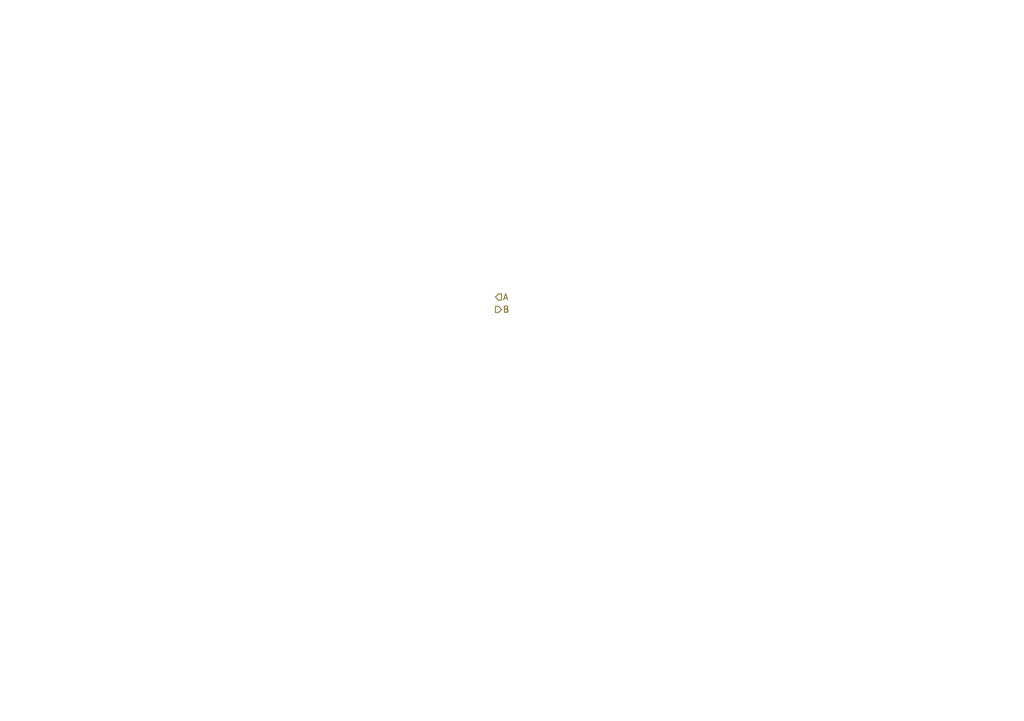
<source format=kicad_sch>
(kicad_sch (version 20230121) (generator eeschema)
  (paper "A5")
  (lib_symbols)
  (hierarchical_label "A" (shape input) (at 101.6 60.96 0))
  (hierarchical_label "B" (shape output) (at 101.6 63.5 0))
)
</source>
